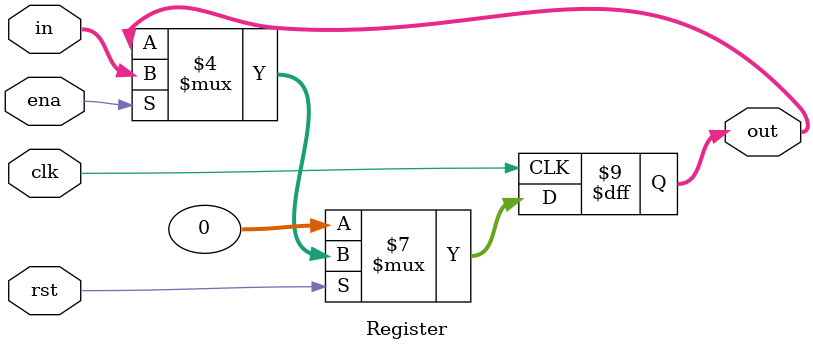
<source format=v>

module Register #(parameter N = 32, RSTVALUE = 32'b0)(
// Entradas
    input   wire    [(N-1):0]      in,                         // Señal de entrada del registro
    input   wire                        clk, rst, ena,              // Señales de control
    
// Salidas    
    output  reg     [(N-1):0]      out                         // Salida del registro
);

    always @(posedge clk) begin

        if (!rst)                                                   // Reset
            out <= {RSTVALUE};

        else
            if (ena)                                                // Enable
                out <= in;
					 
			else                                                    // Memoria
				out <= out;
        
    end

endmodule
</source>
